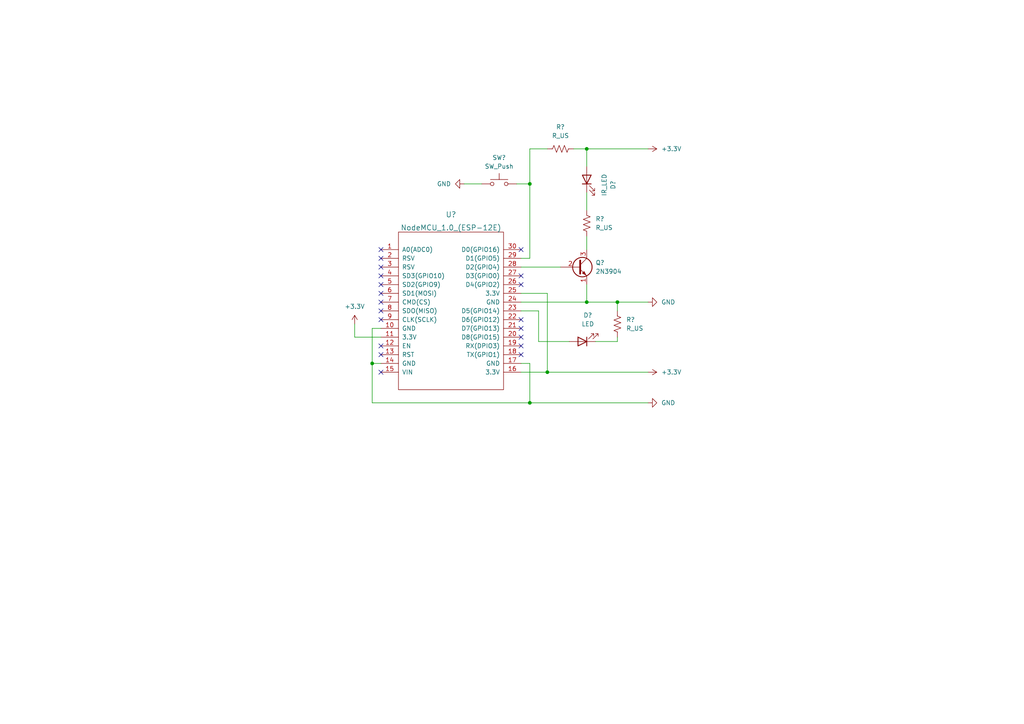
<source format=kicad_sch>
(kicad_sch (version 20211123) (generator eeschema)
  (paper "A4")
  (lib_symbols
    (symbol "Device:LED" (pin_numbers hide) (pin_names (offset 1.016) hide)
      (property "Reference" "D" (at 0 2.54 0))
      (property "Value" "LED" (at 0 -2.54 0))
      (symbol "LED_0_1"
        (polyline (pts (xy -1.27 -1.27) (xy -1.27 1.27)) (stroke (width 0.254)))
        (polyline (pts (xy -1.27 0) (xy 1.27 0)))
        (polyline (pts (xy 1.27 -1.27) (xy 1.27 1.27) (xy -1.27 0) (xy 1.27 -1.27)) (stroke (width 0.254)))
        (polyline (pts (xy -3.048 -0.762) (xy -4.572 -2.286) (xy -3.81 -2.286) (xy -4.572 -2.286) (xy -4.572 -1.524)))
        (polyline (pts (xy -1.778 -0.762) (xy -3.302 -2.286) (xy -2.54 -2.286) (xy -3.302 -2.286) (xy -3.302 -1.524)))
      )
      (symbol "LED_1_1"
        (pin passive line (at -3.81 0 0) (length 2.54) (name "K") (number "1"))
        (pin passive line (at 3.81 0 180) (length 2.54) (name "A") (number "2"))
      )
    )
    (symbol "Device:R_US" (pin_numbers hide) (pin_names (offset 0))
      (property "Reference" "R" (at 2.54 0 90))
      (property "Value" "R_US" (at -2.54 0 90))
      (symbol "R_US_0_1"
        (polyline (pts (xy 0 -2.286) (xy 0 -2.54)))
        (polyline (pts (xy 0 2.286) (xy 0 2.54)))
        (polyline (pts (xy 0 -0.762) (xy 1.016 -1.143) (xy 0 -1.524) (xy -1.016 -1.905) (xy 0 -2.286)))
        (polyline (pts (xy 0 0.762) (xy 1.016 0.381) (xy 0 0) (xy -1.016 -0.381) (xy 0 -0.762)))
        (polyline (pts (xy 0 2.286) (xy 1.016 1.905) (xy 0 1.524) (xy -1.016 1.143) (xy 0 0.762)))
      )
      (symbol "R_US_1_1"
        (pin passive line (at 0 3.81 270) (length 1.27) (name "~") (number "1"))
        (pin passive line (at 0 -3.81 90) (length 1.27) (name "~") (number "2"))
      )
    )
    (symbol "ESP8266:NodeMCU_1.0_(ESP-12E)" (pin_names (offset 1.016))
      (property "Reference" "U" (at 0 21.59 0))
      (property "Value" "NodeMCU_1.0_(ESP-12E)" (at 0 -21.59 0))
      (symbol "NodeMCU_1.0_(ESP-12E)_0_1"
        (rectangle (start -15.24 -22.86) (end 15.24 22.86))
      )
      (symbol "NodeMCU_1.0_(ESP-12E)_1_1"
        (pin input line (at -20.32 17.78 0) (length 5.08) (name "A0(ADC0)") (number "1"))
        (pin input line (at -20.32 -5.08 0) (length 5.08) (name "GND") (number "10"))
        (pin power_out line (at -20.32 -7.62 0) (length 5.08) (name "3.3V") (number "11"))
        (pin input line (at -20.32 -10.16 0) (length 5.08) (name "EN") (number "12"))
        (pin input line (at -20.32 -12.7 0) (length 5.08) (name "RST") (number "13"))
        (pin power_in line (at -20.32 -15.24 0) (length 5.08) (name "GND") (number "14"))
        (pin power_in line (at -20.32 -17.78 0) (length 5.08) (name "VIN") (number "15"))
        (pin power_out line (at 20.32 -17.78 180) (length 5.08) (name "3.3V") (number "16"))
        (pin power_in line (at 20.32 -15.24 180) (length 5.08) (name "GND") (number "17"))
        (pin bidirectional line (at 20.32 -12.7 180) (length 5.08) (name "TX(GPIO1)") (number "18"))
        (pin bidirectional line (at 20.32 -10.16 180) (length 5.08) (name "RX(DPIO3)") (number "19"))
        (pin input line (at -20.32 15.24 0) (length 5.08) (name "RSV") (number "2"))
        (pin bidirectional line (at 20.32 -7.62 180) (length 5.08) (name "D8(GPIO15)") (number "20"))
        (pin bidirectional line (at 20.32 -5.08 180) (length 5.08) (name "D7(GPIO13)") (number "21"))
        (pin bidirectional line (at 20.32 -2.54 180) (length 5.08) (name "D6(GPIO12)") (number "22"))
        (pin bidirectional line (at 20.32 0 180) (length 5.08) (name "D5(GPIO14)") (number "23"))
        (pin power_in line (at 20.32 2.54 180) (length 5.08) (name "GND") (number "24"))
        (pin power_out line (at 20.32 5.08 180) (length 5.08) (name "3.3V") (number "25"))
        (pin bidirectional line (at 20.32 7.62 180) (length 5.08) (name "D4(GPIO2)") (number "26"))
        (pin bidirectional line (at 20.32 10.16 180) (length 5.08) (name "D3(GPIO0)") (number "27"))
        (pin bidirectional line (at 20.32 12.7 180) (length 5.08) (name "D2(GPIO4)") (number "28"))
        (pin bidirectional line (at 20.32 15.24 180) (length 5.08) (name "D1(GPIO5)") (number "29"))
        (pin input line (at -20.32 12.7 0) (length 5.08) (name "RSV") (number "3"))
        (pin bidirectional line (at 20.32 17.78 180) (length 5.08) (name "D0(GPIO16)") (number "30"))
        (pin bidirectional line (at -20.32 10.16 0) (length 5.08) (name "SD3(GPIO10)") (number "4"))
        (pin bidirectional line (at -20.32 7.62 0) (length 5.08) (name "SD2(GPIO9)") (number "5"))
        (pin bidirectional line (at -20.32 5.08 0) (length 5.08) (name "SD1(MOSI)") (number "6"))
        (pin bidirectional line (at -20.32 2.54 0) (length 5.08) (name "CMD(CS)") (number "7"))
        (pin bidirectional line (at -20.32 0 0) (length 5.08) (name "SDO(MISO)") (number "8"))
        (pin bidirectional line (at -20.32 -2.54 0) (length 5.08) (name "CLK(SCLK)") (number "9"))
      )
    )
    (symbol "Switch:SW_Push" (pin_numbers hide) (pin_names (offset 1.016) hide)
      (property "Reference" "SW" (at 1.27 2.54 0))
      (property "Value" "SW_Push" (at 0 -1.524 0))
      (symbol "SW_Push_0_1"
        (circle (center -2.032 0) (radius 0.508))
        (polyline (pts (xy 0 1.27) (xy 0 3.048)))
        (polyline (pts (xy 2.54 1.27) (xy -2.54 1.27)))
        (circle (center 2.032 0) (radius 0.508))
        (pin passive line (at -5.08 0 0) (length 2.54) (name "1") (number "1"))
        (pin passive line (at 5.08 0 180) (length 2.54) (name "2") (number "2"))
      )
    )
    (symbol "Transistor_BJT:2N3904" (pin_names (offset 0) hide)
      (property "Reference" "Q" (at 5.08 1.905 0))
      (property "Value" "2N3904" (at 5.08 0 0))
      (symbol "2N3904_0_1"
        (polyline (pts (xy 0.635 0.635) (xy 2.54 2.54)))
        (polyline (pts (xy 0.635 -0.635) (xy 2.54 -2.54) (xy 2.54 -2.54)))
        (polyline (pts (xy 0.635 1.905) (xy 0.635 -1.905) (xy 0.635 -1.905)) (stroke (width 0.508)))
        (polyline (pts (xy 1.27 -1.778) (xy 1.778 -1.27) (xy 2.286 -2.286) (xy 1.27 -1.778) (xy 1.27 -1.778)) (fill (type outline)))
        (circle (center 1.27 0) (radius 2.8194) (stroke (width 0.254)))
      )
      (symbol "2N3904_1_1"
        (pin passive line (at 2.54 -5.08 90) (length 2.54) (name "E") (number "1"))
        (pin passive line (at -5.08 0 0) (length 5.715) (name "B") (number "2"))
        (pin passive line (at 2.54 5.08 270) (length 2.54) (name "C") (number "3"))
      )
    )
    (symbol "power:+3.3V" (power) (pin_names (offset 0))
      (property "Value" "+3.3V" (at 0 3.556 0))
      (symbol "+3.3V_0_1"
        (polyline (pts (xy -0.762 1.27) (xy 0 2.54)))
        (polyline (pts (xy 0 0) (xy 0 2.54)))
        (polyline (pts (xy 0 2.54) (xy 0.762 1.27)))
      )
      (symbol "+3.3V_1_1"
        (pin power_in line (at 0 0 90) (length 0) hide (name "+3.3V") (number "1"))
      )
    )
    (symbol "power:GND" (power) (pin_names (offset 0))
      (property "Value" "GND" (at 0 -3.81 0))
      (symbol "GND_0_1"
        (polyline (pts (xy 0 0) (xy 0 -1.27) (xy 1.27 -1.27) (xy 0 -2.54) (xy -1.27 -1.27) (xy 0 -1.27)))
      )
      (symbol "GND_1_1"
        (pin power_in line (at 0 0 270) (length 0) hide (name "GND") (number "1"))
      )
    )
  )
  (junction (at 179.07 87.63))
  (junction (at 153.67 116.84))
  (junction (at 158.75 107.95))
  (junction (at 107.95 105.41))
  (junction (at 170.18 43.18))
  (junction (at 153.67 53.34))
  (junction (at 170.18 87.63))
  (no_connect (at 151.13 97.79))
  (no_connect (at 110.49 82.55))
  (no_connect (at 151.13 80.01))
  (no_connect (at 110.49 87.63))
  (no_connect (at 151.13 100.33))
  (no_connect (at 151.13 72.39))
  (no_connect (at 110.49 72.39))
  (no_connect (at 110.49 100.33))
  (no_connect (at 151.13 82.55))
  (no_connect (at 110.49 80.01))
  (no_connect (at 110.49 92.71))
  (no_connect (at 151.13 102.87))
  (no_connect (at 110.49 85.09))
  (no_connect (at 110.49 90.17))
  (no_connect (at 110.49 107.95))
  (no_connect (at 151.13 95.25))
  (no_connect (at 110.49 102.87))
  (no_connect (at 110.49 77.47))
  (no_connect (at 110.49 74.93))
  (no_connect (at 151.13 92.71))
  (wire (pts (xy 170.18 87.63) (xy 179.07 87.63)))
  (wire (pts (xy 151.13 87.63) (xy 170.18 87.63)))
  (wire (pts (xy 172.72 99.06) (xy 179.07 99.06)))
  (wire (pts (xy 170.18 87.63) (xy 170.18 82.55)))
  (wire (pts (xy 156.21 99.06) (xy 156.21 90.17)))
  (wire (pts (xy 107.95 105.41) (xy 110.49 105.41)))
  (wire (pts (xy 170.18 43.18) (xy 170.18 48.26)))
  (wire (pts (xy 107.95 95.25) (xy 110.49 95.25)))
  (wire (pts (xy 166.37 43.18) (xy 170.18 43.18)))
  (wire (pts (xy 151.13 105.41) (xy 153.67 105.41)))
  (wire (pts (xy 153.67 105.41) (xy 153.67 116.84)))
  (wire (pts (xy 153.67 53.34) (xy 153.67 74.93)))
  (wire (pts (xy 134.62 53.34) (xy 139.7 53.34)))
  (wire (pts (xy 165.1 99.06) (xy 156.21 99.06)))
  (wire (pts (xy 151.13 74.93) (xy 153.67 74.93)))
  (wire (pts (xy 153.67 43.18) (xy 153.67 53.34)))
  (wire (pts (xy 102.87 93.98) (xy 102.87 97.79)))
  (wire (pts (xy 158.75 43.18) (xy 153.67 43.18)))
  (wire (pts (xy 102.87 97.79) (xy 110.49 97.79)))
  (wire (pts (xy 179.07 87.63) (xy 187.96 87.63)))
  (wire (pts (xy 107.95 116.84) (xy 107.95 105.41)))
  (wire (pts (xy 158.75 107.95) (xy 187.96 107.95)))
  (wire (pts (xy 179.07 99.06) (xy 179.07 97.79)))
  (wire (pts (xy 151.13 77.47) (xy 162.56 77.47)))
  (wire (pts (xy 156.21 90.17) (xy 151.13 90.17)))
  (wire (pts (xy 153.67 53.34) (xy 149.86 53.34)))
  (wire (pts (xy 170.18 43.18) (xy 187.96 43.18)))
  (wire (pts (xy 153.67 116.84) (xy 187.96 116.84)))
  (wire (pts (xy 170.18 68.58) (xy 170.18 72.39)))
  (wire (pts (xy 107.95 116.84) (xy 153.67 116.84)))
  (wire (pts (xy 170.18 55.88) (xy 170.18 60.96)))
  (wire (pts (xy 179.07 87.63) (xy 179.07 90.17)))
  (wire (pts (xy 151.13 85.09) (xy 158.75 85.09)))
  (wire (pts (xy 151.13 107.95) (xy 158.75 107.95)))
  (wire (pts (xy 158.75 85.09) (xy 158.75 107.95)))
  (wire (pts (xy 107.95 105.41) (xy 107.95 95.25)))
  (symbol (lib_id "power:+3.3V") (at 187.96 107.95 270) (unit 1)
    (property "Reference" "#PWR?" (effects hide))
    (property "Value" "+3.3V" (at 191.77 107.9499 90) (effects (justify left)))
  )
  (symbol (lib_id "Device:R_US") (at 179.07 93.98 180) (unit 1)
    (property "Reference" "R?" (at 181.61 92.7099 0) (effects (justify right)))
    (property "Value" "R_US" (at 181.61 95.2499 0) (effects (justify right)))
  )
  (symbol (lib_id "power:+3.3V") (at 187.96 43.18 270) (unit 1)
    (property "Reference" "#PWR?" (effects hide))
    (property "Value" "+3.3V" (at 191.77 43.1799 90) (effects (justify left)))
  )
  (symbol (lib_id "power:+3.3V") (at 102.87 93.98 0) (unit 1)
    (property "Reference" "#PWR?" (effects hide))
    (property "Value" "+3.3V" (at 102.87 88.9 0))
  )
  (symbol (lib_id "power:GND") (at 187.96 116.84 90) (unit 1)
    (property "Reference" "#PWR?" (effects hide))
    (property "Value" "GND" (at 191.77 116.8399 90) (effects (justify right)))
  )
  (symbol (lib_id "Device:R_US") (at 170.18 64.77 0) (unit 1)
    (property "Reference" "R?" (at 172.72 63.4999 0) (effects (justify left)))
    (property "Value" "R_US" (at 172.72 66.0399 0) (effects (justify left)))
  )
  (symbol (lib_id "power:GND") (at 187.96 87.63 90) (unit 1)
    (property "Reference" "#PWR?" (effects hide))
    (property "Value" "GND" (at 191.77 87.6299 90) (effects (justify right)))
  )
  (symbol (lib_id "Device:LED") (at 168.91 99.06 180) (unit 1)
    (property "Reference" "D?" (at 170.4975 91.44 0))
    (property "Value" "LED" (at 170.4975 93.98 0))
  )
  (symbol (lib_id "Device:LED") (at 170.18 52.07 90) (unit 1)
    (property "Reference" "D?" (at 177.8 53.6575 0))
    (property "Value" "IR_LED" (at 175.26 53.6575 0))
  )
  (symbol (lib_id "Switch:SW_Push") (at 144.78 53.34 0) (unit 1)
    (property "Reference" "SW?" (at 144.78 45.72 0))
    (property "Value" "SW_Push" (at 144.78 48.26 0))
  )
  (symbol (lib_id "power:GND") (at 134.62 53.34 270) (unit 1)
    (property "Reference" "#PWR?" (effects hide))
    (property "Value" "GND" (at 130.81 53.3399 90) (effects (justify right)))
  )
  (symbol (lib_id "Device:R_US") (at 162.56 43.18 90) (unit 1)
    (property "Reference" "R?" (at 162.56 36.83 90))
    (property "Value" "R_US" (at 162.56 39.37 90))
  )
  (symbol (lib_id "ESP8266:NodeMCU_1.0_(ESP-12E)") (at 130.81 90.17 0) (unit 1)
    (property "Reference" "U?" (at 130.81 62.23 0) (effects (font (size 1.524 1.524))))
    (property "Value" "NodeMCU_1.0_(ESP-12E)" (at 130.81 66.04 0) (effects (font (size 1.524 1.524))))
  )
  (symbol (lib_id "Transistor_BJT:2N3904") (at 167.64 77.47 0) (unit 1)
    (property "Reference" "Q?" (at 172.72 76.1999 0) (effects (justify left)))
    (property "Value" "2N3904" (at 172.72 78.7399 0) (effects (justify left)))
    (property "Footprint" "Package_TO_SOT_THT:TO-92_Inline" (effects hide))
    (property "Datasheet" "https://www.onsemi.com/pub/Collateral/2N3903-D.PDF" (effects hide))
  )
)
</source>
